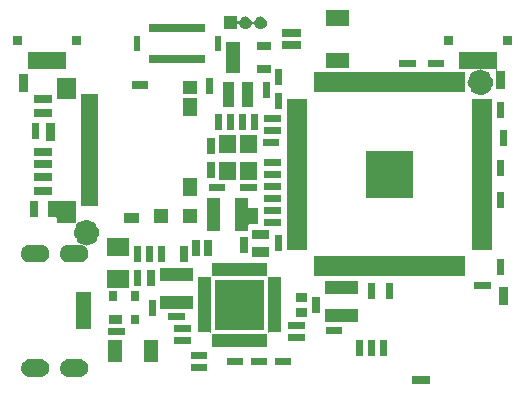
<source format=gbr>
G04 #@! TF.GenerationSoftware,KiCad,Pcbnew,5.1.5+dfsg1-2build2*
G04 #@! TF.CreationDate,2020-11-28T22:40:57+01:00*
G04 #@! TF.ProjectId,FunKey,46756e4b-6579-42e6-9b69-6361645f7063,E*
G04 #@! TF.SameCoordinates,Original*
G04 #@! TF.FileFunction,Soldermask,Top*
G04 #@! TF.FilePolarity,Negative*
%FSLAX46Y46*%
G04 Gerber Fmt 4.6, Leading zero omitted, Abs format (unit mm)*
G04 Created by KiCad (PCBNEW 5.1.5+dfsg1-2build2) date 2020-11-28 22:40:57*
%MOMM*%
%LPD*%
G04 APERTURE LIST*
%ADD10C,0.127000*%
%ADD11C,1.100000*%
G04 APERTURE END LIST*
D10*
G36*
X109950000Y-56166000D02*
G01*
X105950000Y-56166000D01*
X105950000Y-60166000D01*
X109950000Y-60166000D01*
X109950000Y-56166000D01*
G37*
G36*
X93150000Y-67115000D02*
G01*
X93150000Y-71315000D01*
X97350000Y-71315000D01*
X97350000Y-67115000D01*
X93150000Y-67115000D01*
G37*
G36*
X80800000Y-64173000D02*
G01*
X81700000Y-64173000D01*
X81881173Y-64196852D01*
X82050000Y-64266782D01*
X82194975Y-64378025D01*
X82306218Y-64523000D01*
X82400000Y-64873000D01*
X82376148Y-65054173D01*
X82306218Y-65223000D01*
X82194975Y-65367975D01*
X82050000Y-65479218D01*
X81881173Y-65549148D01*
X81700000Y-65573000D01*
X80800000Y-65573000D01*
X80618827Y-65549148D01*
X80450000Y-65479218D01*
X80305025Y-65367975D01*
X80193782Y-65223000D01*
X80123852Y-65054173D01*
X80100000Y-64873000D01*
X80123852Y-64691827D01*
X80193782Y-64523000D01*
X80305025Y-64378025D01*
X80450000Y-64266782D01*
X80800000Y-64173000D01*
G37*
G36*
X80800000Y-73873000D02*
G01*
X81700000Y-73873000D01*
X81881173Y-73896852D01*
X82050000Y-73966782D01*
X82194975Y-74078025D01*
X82306218Y-74223000D01*
X82400000Y-74573000D01*
X82376148Y-74754173D01*
X82306218Y-74923000D01*
X82194975Y-75067975D01*
X82050000Y-75179218D01*
X81881173Y-75249148D01*
X81700000Y-75273000D01*
X80800000Y-75273000D01*
X80618827Y-75249148D01*
X80450000Y-75179218D01*
X80305025Y-75067975D01*
X80193782Y-74923000D01*
X80123852Y-74754173D01*
X80100000Y-74573000D01*
X80123852Y-74391827D01*
X80193782Y-74223000D01*
X80305025Y-74078025D01*
X80450000Y-73966782D01*
X80800000Y-73873000D01*
G37*
G36*
X77500000Y-64173000D02*
G01*
X78400000Y-64173000D01*
X78399999Y-64173000D01*
X78581172Y-64196852D01*
X78749999Y-64266782D01*
X78894974Y-64378025D01*
X79006217Y-64523000D01*
X79100000Y-64873000D01*
X79100000Y-64872999D01*
X79076148Y-65054173D01*
X79006218Y-65223000D01*
X78894975Y-65367975D01*
X78750000Y-65479218D01*
X78581174Y-65549149D01*
X78400000Y-65573000D01*
X77500000Y-65573000D01*
X77318827Y-65549148D01*
X77150000Y-65479218D01*
X77005025Y-65367975D01*
X76893782Y-65223000D01*
X76823852Y-65054173D01*
X76800000Y-64873000D01*
X76823852Y-64691827D01*
X76893782Y-64523000D01*
X77005025Y-64378025D01*
X77150000Y-64266782D01*
X77500000Y-64173000D01*
G37*
G36*
X77500000Y-73873000D02*
G01*
X78400000Y-73873000D01*
X78399999Y-73873000D01*
X78581172Y-73896852D01*
X78749999Y-73966782D01*
X78894974Y-74078025D01*
X79006217Y-74223000D01*
X79100000Y-74573000D01*
X79100000Y-74572999D01*
X79076148Y-74754173D01*
X79006218Y-74923000D01*
X78894975Y-75067975D01*
X78750000Y-75179218D01*
X78581174Y-75249149D01*
X78400000Y-75273000D01*
X77500000Y-75273000D01*
X77318827Y-75249148D01*
X77150000Y-75179218D01*
X77005025Y-75067975D01*
X76893782Y-74923000D01*
X76823852Y-74754173D01*
X76800000Y-74573000D01*
X76823852Y-74391827D01*
X76893782Y-74223000D01*
X77005025Y-74078025D01*
X77150000Y-73966782D01*
X77500000Y-73873000D01*
G37*
D11*
X116196200Y-50393600D02*
G75*
G03X116196200Y-50393600I-550000J0D01*
G01*
X82846000Y-63119000D02*
G75*
G03X82846000Y-63119000I-550000J0D01*
G01*
D10*
G36*
X111367800Y-75915800D02*
G01*
X109866200Y-75915800D01*
X109866200Y-75214200D01*
X111367800Y-75214200D01*
X111367800Y-75915800D01*
G37*
G36*
X81792029Y-73827632D02*
G01*
X81847182Y-73833064D01*
X81988709Y-73875996D01*
X81988711Y-73875997D01*
X82119139Y-73945712D01*
X82119141Y-73945713D01*
X82119140Y-73945713D01*
X82233464Y-74039536D01*
X82327287Y-74153860D01*
X82397004Y-74284291D01*
X82439936Y-74425818D01*
X82439936Y-74425819D01*
X82454432Y-74573000D01*
X82439936Y-74720181D01*
X82397003Y-74861711D01*
X82327288Y-74992139D01*
X82233464Y-75106464D01*
X82119139Y-75200288D01*
X82093111Y-75214200D01*
X81988709Y-75270004D01*
X81847182Y-75312936D01*
X81736878Y-75323800D01*
X80763122Y-75323800D01*
X80652818Y-75312936D01*
X80511291Y-75270004D01*
X80406889Y-75214200D01*
X80380861Y-75200288D01*
X80266536Y-75106464D01*
X80172712Y-74992139D01*
X80102997Y-74861711D01*
X80060064Y-74720181D01*
X80045568Y-74573000D01*
X80060064Y-74425819D01*
X80060064Y-74425818D01*
X80102996Y-74284291D01*
X80172713Y-74153860D01*
X80266536Y-74039536D01*
X80380860Y-73945713D01*
X80380859Y-73945713D01*
X80380861Y-73945712D01*
X80511289Y-73875997D01*
X80511291Y-73875996D01*
X80652818Y-73833064D01*
X80707971Y-73827632D01*
X80763122Y-73822200D01*
X81736878Y-73822200D01*
X81792029Y-73827632D01*
G37*
G36*
X78492029Y-73827632D02*
G01*
X78547182Y-73833064D01*
X78688709Y-73875996D01*
X78688711Y-73875997D01*
X78819139Y-73945712D01*
X78819141Y-73945713D01*
X78819140Y-73945713D01*
X78933464Y-74039536D01*
X79027287Y-74153860D01*
X79097004Y-74284291D01*
X79139936Y-74425818D01*
X79139936Y-74425819D01*
X79154432Y-74573000D01*
X79139936Y-74720181D01*
X79097003Y-74861711D01*
X79027288Y-74992139D01*
X78933464Y-75106464D01*
X78819139Y-75200288D01*
X78793111Y-75214200D01*
X78688709Y-75270004D01*
X78547182Y-75312936D01*
X78436878Y-75323800D01*
X77463122Y-75323800D01*
X77352818Y-75312936D01*
X77211291Y-75270004D01*
X77106889Y-75214200D01*
X77080861Y-75200288D01*
X76966536Y-75106464D01*
X76872712Y-74992139D01*
X76802997Y-74861711D01*
X76760064Y-74720181D01*
X76745568Y-74573000D01*
X76760064Y-74425819D01*
X76760064Y-74425818D01*
X76802996Y-74284291D01*
X76872713Y-74153860D01*
X76966536Y-74039536D01*
X77080860Y-73945713D01*
X77080859Y-73945713D01*
X77080861Y-73945712D01*
X77211289Y-73875997D01*
X77211291Y-73875996D01*
X77352818Y-73833064D01*
X77407971Y-73827632D01*
X77463122Y-73822200D01*
X78436878Y-73822200D01*
X78492029Y-73827632D01*
G37*
G36*
X92506800Y-74853800D02*
G01*
X91135200Y-74853800D01*
X91135200Y-74244200D01*
X92506800Y-74244200D01*
X92506800Y-74853800D01*
G37*
G36*
X99618800Y-74345800D02*
G01*
X98247200Y-74345800D01*
X98247200Y-73736200D01*
X99618800Y-73736200D01*
X99618800Y-74345800D01*
G37*
G36*
X95554800Y-74345800D02*
G01*
X94183200Y-74345800D01*
X94183200Y-73736200D01*
X95554800Y-73736200D01*
X95554800Y-74345800D01*
G37*
G36*
X97586800Y-74345800D02*
G01*
X96215200Y-74345800D01*
X96215200Y-73736200D01*
X97586800Y-73736200D01*
X97586800Y-74345800D01*
G37*
G36*
X88379300Y-74091800D02*
G01*
X87134700Y-74091800D01*
X87134700Y-72212200D01*
X88379300Y-72212200D01*
X88379300Y-74091800D01*
G37*
G36*
X85331300Y-74091800D02*
G01*
X84086700Y-74091800D01*
X84086700Y-72212200D01*
X85331300Y-72212200D01*
X85331300Y-74091800D01*
G37*
G36*
X92506800Y-73837800D02*
G01*
X91135200Y-73837800D01*
X91135200Y-73228200D01*
X92506800Y-73228200D01*
X92506800Y-73837800D01*
G37*
G36*
X105714800Y-73583800D02*
G01*
X105105200Y-73583800D01*
X105105200Y-72212200D01*
X105714800Y-72212200D01*
X105714800Y-73583800D01*
G37*
G36*
X106730800Y-73583800D02*
G01*
X106121200Y-73583800D01*
X106121200Y-72212200D01*
X106730800Y-72212200D01*
X106730800Y-73583800D01*
G37*
G36*
X107746800Y-73583800D02*
G01*
X107137200Y-73583800D01*
X107137200Y-72212200D01*
X107746800Y-72212200D01*
X107746800Y-73583800D01*
G37*
G36*
X97603202Y-71666413D02*
G01*
X97600800Y-71690799D01*
X97600800Y-72765800D01*
X92899200Y-72765800D01*
X92899200Y-71690799D01*
X92896798Y-71666413D01*
X92894789Y-71659789D01*
X92901413Y-71661798D01*
X92925799Y-71664200D01*
X97574201Y-71664200D01*
X97598587Y-71661798D01*
X97605211Y-71659789D01*
X97603202Y-71666413D01*
G37*
G36*
X91109800Y-72567800D02*
G01*
X89738200Y-72567800D01*
X89738200Y-71958200D01*
X91109800Y-71958200D01*
X91109800Y-72567800D01*
G37*
G36*
X100761800Y-72313800D02*
G01*
X99390200Y-72313800D01*
X99390200Y-71704200D01*
X100761800Y-71704200D01*
X100761800Y-72313800D01*
G37*
G36*
X85521800Y-71805800D02*
G01*
X84150200Y-71805800D01*
X84150200Y-71196200D01*
X85521800Y-71196200D01*
X85521800Y-71805800D01*
G37*
G36*
X103936800Y-71678800D02*
G01*
X102565200Y-71678800D01*
X102565200Y-71069200D01*
X103936800Y-71069200D01*
X103936800Y-71678800D01*
G37*
G36*
X97701413Y-66861798D02*
G01*
X97725799Y-66864200D01*
X98800800Y-66864200D01*
X98800800Y-71565800D01*
X97725799Y-71565800D01*
X97701413Y-71568202D01*
X97694789Y-71570211D01*
X97696798Y-71563587D01*
X97699200Y-71539201D01*
X97699200Y-66890799D01*
X97696798Y-66866413D01*
X97694789Y-66859789D01*
X97701413Y-66861798D01*
G37*
G36*
X92803202Y-66866413D02*
G01*
X92800800Y-66890799D01*
X92800800Y-71539201D01*
X92803202Y-71563587D01*
X92805211Y-71570211D01*
X92798587Y-71568202D01*
X92774201Y-71565800D01*
X91699200Y-71565800D01*
X91699200Y-66864200D01*
X92774201Y-66864200D01*
X92798587Y-66861798D01*
X92805211Y-66859789D01*
X92803202Y-66866413D01*
G37*
G36*
X91109800Y-71551800D02*
G01*
X89738200Y-71551800D01*
X89738200Y-70942200D01*
X91109800Y-70942200D01*
X91109800Y-71551800D01*
G37*
G36*
X100761800Y-71297800D02*
G01*
X99390200Y-71297800D01*
X99390200Y-70688200D01*
X100761800Y-70688200D01*
X100761800Y-71297800D01*
G37*
G36*
X82660800Y-71273800D02*
G01*
X81409200Y-71273800D01*
X81409200Y-68172200D01*
X82660800Y-68172200D01*
X82660800Y-71273800D01*
G37*
G36*
X86771800Y-70869800D02*
G01*
X86070200Y-70869800D01*
X86070200Y-70068200D01*
X86771800Y-70068200D01*
X86771800Y-70869800D01*
G37*
G36*
X85271800Y-70869800D02*
G01*
X84170200Y-70869800D01*
X84170200Y-70068200D01*
X85271800Y-70068200D01*
X85271800Y-70869800D01*
G37*
G36*
X96553725Y-70073065D02*
G01*
X96618440Y-70099871D01*
X96676682Y-70138787D01*
X96726213Y-70188318D01*
X96765129Y-70246560D01*
X96791935Y-70311275D01*
X96805600Y-70379976D01*
X96805600Y-70450024D01*
X96791935Y-70518725D01*
X96765129Y-70583440D01*
X96726213Y-70641682D01*
X96676682Y-70691213D01*
X96618440Y-70730129D01*
X96553725Y-70756935D01*
X96485024Y-70770600D01*
X96414976Y-70770600D01*
X96346275Y-70756935D01*
X96281560Y-70730129D01*
X96223318Y-70691213D01*
X96173787Y-70641682D01*
X96134871Y-70583440D01*
X96108065Y-70518725D01*
X96094400Y-70450024D01*
X96094400Y-70379976D01*
X96108065Y-70311275D01*
X96134871Y-70246560D01*
X96173787Y-70188318D01*
X96223318Y-70138787D01*
X96281560Y-70099871D01*
X96346275Y-70073065D01*
X96414976Y-70059400D01*
X96485024Y-70059400D01*
X96553725Y-70073065D01*
G37*
G36*
X95353725Y-70073065D02*
G01*
X95418440Y-70099871D01*
X95476682Y-70138787D01*
X95526213Y-70188318D01*
X95565129Y-70246560D01*
X95591935Y-70311275D01*
X95605600Y-70379976D01*
X95605600Y-70450024D01*
X95591935Y-70518725D01*
X95565129Y-70583440D01*
X95526213Y-70641682D01*
X95476682Y-70691213D01*
X95418440Y-70730129D01*
X95353725Y-70756935D01*
X95285024Y-70770600D01*
X95214976Y-70770600D01*
X95146275Y-70756935D01*
X95081560Y-70730129D01*
X95023318Y-70691213D01*
X94973787Y-70641682D01*
X94934871Y-70583440D01*
X94908065Y-70518725D01*
X94894400Y-70450024D01*
X94894400Y-70379976D01*
X94908065Y-70311275D01*
X94934871Y-70246560D01*
X94973787Y-70188318D01*
X95023318Y-70138787D01*
X95081560Y-70099871D01*
X95146275Y-70073065D01*
X95214976Y-70059400D01*
X95285024Y-70059400D01*
X95353725Y-70073065D01*
G37*
G36*
X94153725Y-70073065D02*
G01*
X94218440Y-70099871D01*
X94276682Y-70138787D01*
X94326213Y-70188318D01*
X94365129Y-70246560D01*
X94391935Y-70311275D01*
X94405600Y-70379976D01*
X94405600Y-70450024D01*
X94391935Y-70518725D01*
X94365129Y-70583440D01*
X94326213Y-70641682D01*
X94276682Y-70691213D01*
X94218440Y-70730129D01*
X94153725Y-70756935D01*
X94085024Y-70770600D01*
X94014976Y-70770600D01*
X93946275Y-70756935D01*
X93881560Y-70730129D01*
X93823318Y-70691213D01*
X93773787Y-70641682D01*
X93734871Y-70583440D01*
X93708065Y-70518725D01*
X93694400Y-70450024D01*
X93694400Y-70379976D01*
X93708065Y-70311275D01*
X93734871Y-70246560D01*
X93773787Y-70188318D01*
X93823318Y-70138787D01*
X93881560Y-70099871D01*
X93946275Y-70073065D01*
X94014976Y-70059400D01*
X94085024Y-70059400D01*
X94153725Y-70073065D01*
G37*
G36*
X105286800Y-70711800D02*
G01*
X102485200Y-70711800D01*
X102485200Y-69610200D01*
X105286800Y-69610200D01*
X105286800Y-70711800D01*
G37*
G36*
X90601800Y-70535800D02*
G01*
X89230200Y-70535800D01*
X89230200Y-69926200D01*
X90601800Y-69926200D01*
X90601800Y-70535800D01*
G37*
G36*
X101003100Y-70218300D02*
G01*
X100012500Y-70218300D01*
X100012500Y-69481700D01*
X101003100Y-69481700D01*
X101003100Y-70218300D01*
G37*
G36*
X88188800Y-70154800D02*
G01*
X87579200Y-70154800D01*
X87579200Y-68783200D01*
X88188800Y-68783200D01*
X88188800Y-70154800D01*
G37*
G36*
X102031800Y-69900800D02*
G01*
X101422200Y-69900800D01*
X101422200Y-68529200D01*
X102031800Y-68529200D01*
X102031800Y-69900800D01*
G37*
G36*
X94153725Y-68873065D02*
G01*
X94218440Y-68899871D01*
X94276682Y-68938787D01*
X94326213Y-68988318D01*
X94365129Y-69046560D01*
X94391935Y-69111275D01*
X94405600Y-69179976D01*
X94405600Y-69250024D01*
X94391935Y-69318725D01*
X94365129Y-69383440D01*
X94326213Y-69441682D01*
X94276682Y-69491213D01*
X94218440Y-69530129D01*
X94153725Y-69556935D01*
X94085024Y-69570600D01*
X94014976Y-69570600D01*
X93946275Y-69556935D01*
X93881560Y-69530129D01*
X93823318Y-69491213D01*
X93773787Y-69441682D01*
X93734871Y-69383440D01*
X93708065Y-69318725D01*
X93694400Y-69250024D01*
X93694400Y-69179976D01*
X93708065Y-69111275D01*
X93734871Y-69046560D01*
X93773787Y-68988318D01*
X93823318Y-68938787D01*
X93881560Y-68899871D01*
X93946275Y-68873065D01*
X94014976Y-68859400D01*
X94085024Y-68859400D01*
X94153725Y-68873065D01*
G37*
G36*
X96553725Y-68873065D02*
G01*
X96618440Y-68899871D01*
X96676682Y-68938787D01*
X96726213Y-68988318D01*
X96765129Y-69046560D01*
X96791935Y-69111275D01*
X96805600Y-69179976D01*
X96805600Y-69250024D01*
X96791935Y-69318725D01*
X96765129Y-69383440D01*
X96726213Y-69441682D01*
X96676682Y-69491213D01*
X96618440Y-69530129D01*
X96553725Y-69556935D01*
X96485024Y-69570600D01*
X96414976Y-69570600D01*
X96346275Y-69556935D01*
X96281560Y-69530129D01*
X96223318Y-69491213D01*
X96173787Y-69441682D01*
X96134871Y-69383440D01*
X96108065Y-69318725D01*
X96094400Y-69250024D01*
X96094400Y-69179976D01*
X96108065Y-69111275D01*
X96134871Y-69046560D01*
X96173787Y-68988318D01*
X96223318Y-68938787D01*
X96281560Y-68899871D01*
X96346275Y-68873065D01*
X96414976Y-68859400D01*
X96485024Y-68859400D01*
X96553725Y-68873065D01*
G37*
G36*
X95353725Y-68873065D02*
G01*
X95418440Y-68899871D01*
X95476682Y-68938787D01*
X95526213Y-68988318D01*
X95565129Y-69046560D01*
X95591935Y-69111275D01*
X95605600Y-69179976D01*
X95605600Y-69250024D01*
X95591935Y-69318725D01*
X95565129Y-69383440D01*
X95526213Y-69441682D01*
X95476682Y-69491213D01*
X95418440Y-69530129D01*
X95353725Y-69556935D01*
X95285024Y-69570600D01*
X95214976Y-69570600D01*
X95146275Y-69556935D01*
X95081560Y-69530129D01*
X95023318Y-69491213D01*
X94973787Y-69441682D01*
X94934871Y-69383440D01*
X94908065Y-69318725D01*
X94894400Y-69250024D01*
X94894400Y-69179976D01*
X94908065Y-69111275D01*
X94934871Y-69046560D01*
X94973787Y-68988318D01*
X95023318Y-68938787D01*
X95081560Y-68899871D01*
X95146275Y-68873065D01*
X95214976Y-68859400D01*
X95285024Y-68859400D01*
X95353725Y-68873065D01*
G37*
G36*
X91316800Y-69568800D02*
G01*
X88515200Y-69568800D01*
X88515200Y-68467200D01*
X91316800Y-68467200D01*
X91316800Y-69568800D01*
G37*
G36*
X117952800Y-69203800D02*
G01*
X117251200Y-69203800D01*
X117251200Y-67702200D01*
X117952800Y-67702200D01*
X117952800Y-69203800D01*
G37*
G36*
X101003100Y-68948300D02*
G01*
X100012500Y-68948300D01*
X100012500Y-68211700D01*
X101003100Y-68211700D01*
X101003100Y-68948300D01*
G37*
G36*
X86771800Y-68869800D02*
G01*
X86070200Y-68869800D01*
X86070200Y-68068200D01*
X86771800Y-68068200D01*
X86771800Y-68869800D01*
G37*
G36*
X84871800Y-68869800D02*
G01*
X84170200Y-68869800D01*
X84170200Y-68068200D01*
X84871800Y-68068200D01*
X84871800Y-68869800D01*
G37*
G36*
X108254800Y-68757800D02*
G01*
X107645200Y-68757800D01*
X107645200Y-67386200D01*
X108254800Y-67386200D01*
X108254800Y-68757800D01*
G37*
G36*
X106730800Y-68757800D02*
G01*
X106121200Y-68757800D01*
X106121200Y-67386200D01*
X106730800Y-67386200D01*
X106730800Y-68757800D01*
G37*
G36*
X95353725Y-67673065D02*
G01*
X95418440Y-67699871D01*
X95476682Y-67738787D01*
X95526213Y-67788318D01*
X95565129Y-67846560D01*
X95591935Y-67911275D01*
X95605600Y-67979976D01*
X95605600Y-68050024D01*
X95591935Y-68118725D01*
X95565129Y-68183440D01*
X95526213Y-68241682D01*
X95476682Y-68291213D01*
X95418440Y-68330129D01*
X95353725Y-68356935D01*
X95285024Y-68370600D01*
X95214976Y-68370600D01*
X95146275Y-68356935D01*
X95081560Y-68330129D01*
X95023318Y-68291213D01*
X94973787Y-68241682D01*
X94934871Y-68183440D01*
X94908065Y-68118725D01*
X94894400Y-68050024D01*
X94894400Y-67979976D01*
X94908065Y-67911275D01*
X94934871Y-67846560D01*
X94973787Y-67788318D01*
X95023318Y-67738787D01*
X95081560Y-67699871D01*
X95146275Y-67673065D01*
X95214976Y-67659400D01*
X95285024Y-67659400D01*
X95353725Y-67673065D01*
G37*
G36*
X96553725Y-67673065D02*
G01*
X96618440Y-67699871D01*
X96676682Y-67738787D01*
X96726213Y-67788318D01*
X96765129Y-67846560D01*
X96791935Y-67911275D01*
X96805600Y-67979976D01*
X96805600Y-68050024D01*
X96791935Y-68118725D01*
X96765129Y-68183440D01*
X96726213Y-68241682D01*
X96676682Y-68291213D01*
X96618440Y-68330129D01*
X96553725Y-68356935D01*
X96485024Y-68370600D01*
X96414976Y-68370600D01*
X96346275Y-68356935D01*
X96281560Y-68330129D01*
X96223318Y-68291213D01*
X96173787Y-68241682D01*
X96134871Y-68183440D01*
X96108065Y-68118725D01*
X96094400Y-68050024D01*
X96094400Y-67979976D01*
X96108065Y-67911275D01*
X96134871Y-67846560D01*
X96173787Y-67788318D01*
X96223318Y-67738787D01*
X96281560Y-67699871D01*
X96346275Y-67673065D01*
X96414976Y-67659400D01*
X96485024Y-67659400D01*
X96553725Y-67673065D01*
G37*
G36*
X94153725Y-67673065D02*
G01*
X94218440Y-67699871D01*
X94276682Y-67738787D01*
X94326213Y-67788318D01*
X94365129Y-67846560D01*
X94391935Y-67911275D01*
X94405600Y-67979976D01*
X94405600Y-68050024D01*
X94391935Y-68118725D01*
X94365129Y-68183440D01*
X94326213Y-68241682D01*
X94276682Y-68291213D01*
X94218440Y-68330129D01*
X94153725Y-68356935D01*
X94085024Y-68370600D01*
X94014976Y-68370600D01*
X93946275Y-68356935D01*
X93881560Y-68330129D01*
X93823318Y-68291213D01*
X93773787Y-68241682D01*
X93734871Y-68183440D01*
X93708065Y-68118725D01*
X93694400Y-68050024D01*
X93694400Y-67979976D01*
X93708065Y-67911275D01*
X93734871Y-67846560D01*
X93773787Y-67788318D01*
X93823318Y-67738787D01*
X93881560Y-67699871D01*
X93946275Y-67673065D01*
X94014976Y-67659400D01*
X94085024Y-67659400D01*
X94153725Y-67673065D01*
G37*
G36*
X105286800Y-68311800D02*
G01*
X102485200Y-68311800D01*
X102485200Y-67210200D01*
X105286800Y-67210200D01*
X105286800Y-68311800D01*
G37*
G36*
X116509800Y-67868800D02*
G01*
X115138200Y-67868800D01*
X115138200Y-67259200D01*
X116509800Y-67259200D01*
X116509800Y-67868800D01*
G37*
G36*
X85913800Y-67759800D02*
G01*
X84012200Y-67759800D01*
X84012200Y-66258200D01*
X85913800Y-66258200D01*
X85913800Y-67759800D01*
G37*
G36*
X88061800Y-67614800D02*
G01*
X87452200Y-67614800D01*
X87452200Y-66243200D01*
X88061800Y-66243200D01*
X88061800Y-67614800D01*
G37*
G36*
X86918800Y-67614800D02*
G01*
X86309200Y-67614800D01*
X86309200Y-66243200D01*
X86918800Y-66243200D01*
X86918800Y-67614800D01*
G37*
G36*
X91316800Y-67168800D02*
G01*
X88515200Y-67168800D01*
X88515200Y-66067200D01*
X91316800Y-66067200D01*
X91316800Y-67168800D01*
G37*
G36*
X114324550Y-66816800D02*
G01*
X101575450Y-66816800D01*
X101575450Y-65115200D01*
X114324550Y-65115200D01*
X114324550Y-66816800D01*
G37*
G36*
X97600800Y-66739201D02*
G01*
X97603202Y-66763587D01*
X97605211Y-66770211D01*
X97598587Y-66768202D01*
X97574201Y-66765800D01*
X92925799Y-66765800D01*
X92901413Y-66768202D01*
X92894789Y-66770211D01*
X92896798Y-66763587D01*
X92899200Y-66739201D01*
X92899200Y-65664200D01*
X97600800Y-65664200D01*
X97600800Y-66739201D01*
G37*
G36*
X117652800Y-66725800D02*
G01*
X117043200Y-66725800D01*
X117043200Y-65354200D01*
X117652800Y-65354200D01*
X117652800Y-66725800D01*
G37*
G36*
X78547182Y-64133064D02*
G01*
X78688709Y-64175996D01*
X78688711Y-64175997D01*
X78819139Y-64245712D01*
X78933464Y-64339536D01*
X79027288Y-64453861D01*
X79073624Y-64540550D01*
X79097004Y-64584291D01*
X79139936Y-64725818D01*
X79154432Y-64873000D01*
X79139936Y-65020182D01*
X79123368Y-65074800D01*
X79097003Y-65161711D01*
X79027288Y-65292139D01*
X78933464Y-65406464D01*
X78819139Y-65500288D01*
X78688711Y-65570003D01*
X78688709Y-65570004D01*
X78547182Y-65612936D01*
X78492029Y-65618368D01*
X78436878Y-65623800D01*
X77463122Y-65623800D01*
X77407971Y-65618368D01*
X77352818Y-65612936D01*
X77211291Y-65570004D01*
X77211289Y-65570003D01*
X77080861Y-65500288D01*
X76966536Y-65406464D01*
X76872712Y-65292139D01*
X76802997Y-65161711D01*
X76776633Y-65074800D01*
X76760064Y-65020182D01*
X76745568Y-64873000D01*
X76760064Y-64725818D01*
X76802996Y-64584291D01*
X76826376Y-64540550D01*
X76872712Y-64453861D01*
X76966536Y-64339536D01*
X77080861Y-64245712D01*
X77211289Y-64175997D01*
X77211291Y-64175996D01*
X77352818Y-64133064D01*
X77463122Y-64122200D01*
X78436878Y-64122200D01*
X78547182Y-64133064D01*
G37*
G36*
X81847182Y-64133064D02*
G01*
X81988709Y-64175996D01*
X81988711Y-64175997D01*
X82119139Y-64245712D01*
X82233464Y-64339536D01*
X82327288Y-64453861D01*
X82373624Y-64540550D01*
X82397004Y-64584291D01*
X82439936Y-64725818D01*
X82454432Y-64873000D01*
X82439936Y-65020182D01*
X82423368Y-65074800D01*
X82397003Y-65161711D01*
X82327288Y-65292139D01*
X82233464Y-65406464D01*
X82119139Y-65500288D01*
X81988711Y-65570003D01*
X81988709Y-65570004D01*
X81847182Y-65612936D01*
X81792029Y-65618368D01*
X81736878Y-65623800D01*
X80763122Y-65623800D01*
X80707971Y-65618368D01*
X80652818Y-65612936D01*
X80511291Y-65570004D01*
X80511289Y-65570003D01*
X80380861Y-65500288D01*
X80266536Y-65406464D01*
X80172712Y-65292139D01*
X80102997Y-65161711D01*
X80076633Y-65074800D01*
X80060064Y-65020182D01*
X80045568Y-64873000D01*
X80060064Y-64725818D01*
X80102996Y-64584291D01*
X80126376Y-64540550D01*
X80172712Y-64453861D01*
X80266536Y-64339536D01*
X80380861Y-64245712D01*
X80511289Y-64175997D01*
X80511291Y-64175996D01*
X80652818Y-64133064D01*
X80763122Y-64122200D01*
X81736878Y-64122200D01*
X81847182Y-64133064D01*
G37*
G36*
X88950800Y-65582800D02*
G01*
X88341200Y-65582800D01*
X88341200Y-64211200D01*
X88950800Y-64211200D01*
X88950800Y-65582800D01*
G37*
G36*
X87934800Y-65582800D02*
G01*
X87325200Y-65582800D01*
X87325200Y-64211200D01*
X87934800Y-64211200D01*
X87934800Y-65582800D01*
G37*
G36*
X90855800Y-65582800D02*
G01*
X90246200Y-65582800D01*
X90246200Y-64211200D01*
X90855800Y-64211200D01*
X90855800Y-65582800D01*
G37*
G36*
X86918800Y-65582800D02*
G01*
X86309200Y-65582800D01*
X86309200Y-64211200D01*
X86918800Y-64211200D01*
X86918800Y-65582800D01*
G37*
G36*
X97778800Y-65158800D02*
G01*
X96277200Y-65158800D01*
X96277200Y-64357200D01*
X97778800Y-64357200D01*
X97778800Y-65158800D01*
G37*
G36*
X91871800Y-65074800D02*
G01*
X91262200Y-65074800D01*
X91262200Y-63703200D01*
X91871800Y-63703200D01*
X91871800Y-65074800D01*
G37*
G36*
X92887800Y-65074800D02*
G01*
X92278200Y-65074800D01*
X92278200Y-63703200D01*
X92887800Y-63703200D01*
X92887800Y-65074800D01*
G37*
G36*
X85913800Y-65059800D02*
G01*
X84012200Y-65059800D01*
X84012200Y-63558200D01*
X85913800Y-63558200D01*
X85913800Y-65059800D01*
G37*
G36*
X95935800Y-64820800D02*
G01*
X95326200Y-64820800D01*
X95326200Y-63449200D01*
X95935800Y-63449200D01*
X95935800Y-64820800D01*
G37*
G36*
X98856800Y-64693800D02*
G01*
X98247200Y-64693800D01*
X98247200Y-63322200D01*
X98856800Y-63322200D01*
X98856800Y-64693800D01*
G37*
G36*
X116600800Y-64540550D02*
G01*
X114899200Y-64540550D01*
X114899200Y-51791450D01*
X116600800Y-51791450D01*
X116600800Y-64540550D01*
G37*
G36*
X101000800Y-64540550D02*
G01*
X99299200Y-64540550D01*
X99299200Y-51791450D01*
X101000800Y-51791450D01*
X101000800Y-64540550D01*
G37*
G36*
X82405016Y-62570937D02*
G01*
X82458996Y-62581674D01*
X82482597Y-62591450D01*
X82560692Y-62623798D01*
X82652212Y-62684949D01*
X82730051Y-62762788D01*
X82791202Y-62854308D01*
X82791202Y-62854309D01*
X82833326Y-62956004D01*
X82841242Y-62995800D01*
X82854800Y-63063962D01*
X82854800Y-63174038D01*
X82833326Y-63281995D01*
X82791202Y-63383692D01*
X82730051Y-63475212D01*
X82652212Y-63553051D01*
X82560692Y-63614202D01*
X82458996Y-63656326D01*
X82405016Y-63667063D01*
X82351038Y-63677800D01*
X82240962Y-63677800D01*
X82186984Y-63667063D01*
X82133004Y-63656326D01*
X82031308Y-63614202D01*
X81939788Y-63553051D01*
X81861949Y-63475212D01*
X81800798Y-63383692D01*
X81758674Y-63281995D01*
X81737200Y-63174038D01*
X81737200Y-63063962D01*
X81750758Y-62995800D01*
X81758674Y-62956004D01*
X81800798Y-62854309D01*
X81800798Y-62854308D01*
X81861949Y-62762788D01*
X81939788Y-62684949D01*
X82031308Y-62623798D01*
X82109403Y-62591450D01*
X82133004Y-62581674D01*
X82186984Y-62570937D01*
X82240962Y-62560200D01*
X82351038Y-62560200D01*
X82405016Y-62570937D01*
G37*
G36*
X97778800Y-63658800D02*
G01*
X96277200Y-63658800D01*
X96277200Y-62857200D01*
X97778800Y-62857200D01*
X97778800Y-63658800D01*
G37*
G36*
X95984800Y-60911201D02*
G01*
X95987202Y-60935587D01*
X95994315Y-60959036D01*
X96005866Y-60980647D01*
X96021411Y-60999589D01*
X96040353Y-61015134D01*
X96061964Y-61026685D01*
X96085413Y-61033798D01*
X96109799Y-61036200D01*
X96824800Y-61036200D01*
X96824800Y-62407800D01*
X96109799Y-62407800D01*
X96085413Y-62410202D01*
X96061964Y-62417315D01*
X96040353Y-62428866D01*
X96021411Y-62444411D01*
X96005866Y-62463353D01*
X95994315Y-62484964D01*
X95987202Y-62508413D01*
X95984800Y-62532799D01*
X95984800Y-62995800D01*
X94883200Y-62995800D01*
X94883200Y-60194200D01*
X95984800Y-60194200D01*
X95984800Y-60911201D01*
G37*
G36*
X93584800Y-62995800D02*
G01*
X92483200Y-62995800D01*
X92483200Y-60194200D01*
X93584800Y-60194200D01*
X93584800Y-62995800D01*
G37*
G36*
X98729800Y-62534800D02*
G01*
X97358200Y-62534800D01*
X97358200Y-61925200D01*
X98729800Y-61925200D01*
X98729800Y-62534800D01*
G37*
G36*
X89229400Y-62286800D02*
G01*
X87977800Y-62286800D01*
X87977800Y-61130200D01*
X89229400Y-61130200D01*
X89229400Y-62286800D01*
G37*
G36*
X79780413Y-60407798D02*
G01*
X79804799Y-60410200D01*
X81379400Y-60410200D01*
X81379400Y-62286800D01*
X79777800Y-62286800D01*
X79777800Y-61897799D01*
X79775398Y-61873413D01*
X79768285Y-61849964D01*
X79756734Y-61828353D01*
X79741189Y-61809411D01*
X79722247Y-61793866D01*
X79700636Y-61782315D01*
X79677187Y-61775202D01*
X79652801Y-61772800D01*
X79070200Y-61772800D01*
X79070200Y-60401200D01*
X79758662Y-60401200D01*
X79780413Y-60407798D01*
G37*
G36*
X86779400Y-62286800D02*
G01*
X85477800Y-62286800D01*
X85477800Y-61460200D01*
X86779400Y-61460200D01*
X86779400Y-62286800D01*
G37*
G36*
X91629400Y-62286800D02*
G01*
X90477800Y-62286800D01*
X90477800Y-61110200D01*
X91629400Y-61110200D01*
X91629400Y-62286800D01*
G37*
G36*
X78155800Y-61772800D02*
G01*
X77546200Y-61772800D01*
X77546200Y-60401200D01*
X78155800Y-60401200D01*
X78155800Y-61772800D01*
G37*
G36*
X98729800Y-61518800D02*
G01*
X97358200Y-61518800D01*
X97358200Y-60909200D01*
X98729800Y-60909200D01*
X98729800Y-61518800D01*
G37*
G36*
X117652800Y-61010800D02*
G01*
X117043200Y-61010800D01*
X117043200Y-59639200D01*
X117652800Y-59639200D01*
X117652800Y-61010800D01*
G37*
G36*
X83279400Y-60836800D02*
G01*
X81827800Y-60836800D01*
X81827800Y-51335200D01*
X83279400Y-51335200D01*
X83279400Y-60836800D01*
G37*
G36*
X98729800Y-60502800D02*
G01*
X97358200Y-60502800D01*
X97358200Y-59893200D01*
X98729800Y-59893200D01*
X98729800Y-60502800D01*
G37*
G36*
X91629400Y-60011800D02*
G01*
X90477800Y-60011800D01*
X90477800Y-58510200D01*
X91629400Y-58510200D01*
X91629400Y-60011800D01*
G37*
G36*
X79363800Y-59913800D02*
G01*
X77862200Y-59913800D01*
X77862200Y-59212200D01*
X79363800Y-59212200D01*
X79363800Y-59913800D01*
G37*
G36*
X96697800Y-59613800D02*
G01*
X95326200Y-59613800D01*
X95326200Y-59004200D01*
X96697800Y-59004200D01*
X96697800Y-59613800D01*
G37*
G36*
X94030800Y-59613800D02*
G01*
X92659200Y-59613800D01*
X92659200Y-59004200D01*
X94030800Y-59004200D01*
X94030800Y-59613800D01*
G37*
G36*
X108053725Y-58824065D02*
G01*
X108118440Y-58850871D01*
X108176682Y-58889787D01*
X108226213Y-58939318D01*
X108265129Y-58997560D01*
X108291935Y-59062275D01*
X108305600Y-59130976D01*
X108305600Y-59201024D01*
X108291935Y-59269725D01*
X108265129Y-59334440D01*
X108226213Y-59392682D01*
X108176682Y-59442213D01*
X108118440Y-59481129D01*
X108053725Y-59507935D01*
X107985024Y-59521600D01*
X107914976Y-59521600D01*
X107846275Y-59507935D01*
X107781560Y-59481129D01*
X107723318Y-59442213D01*
X107673787Y-59392682D01*
X107634871Y-59334440D01*
X107608065Y-59269725D01*
X107594400Y-59201024D01*
X107594400Y-59130976D01*
X107608065Y-59062275D01*
X107634871Y-58997560D01*
X107673787Y-58939318D01*
X107723318Y-58889787D01*
X107781560Y-58850871D01*
X107846275Y-58824065D01*
X107914976Y-58810400D01*
X107985024Y-58810400D01*
X108053725Y-58824065D01*
G37*
G36*
X109053725Y-58824065D02*
G01*
X109118440Y-58850871D01*
X109176682Y-58889787D01*
X109226213Y-58939318D01*
X109265129Y-58997560D01*
X109291935Y-59062275D01*
X109305600Y-59130976D01*
X109305600Y-59201024D01*
X109291935Y-59269725D01*
X109265129Y-59334440D01*
X109226213Y-59392682D01*
X109176682Y-59442213D01*
X109118440Y-59481129D01*
X109053725Y-59507935D01*
X108985024Y-59521600D01*
X108914976Y-59521600D01*
X108846275Y-59507935D01*
X108781560Y-59481129D01*
X108723318Y-59442213D01*
X108673787Y-59392682D01*
X108634871Y-59334440D01*
X108608065Y-59269725D01*
X108594400Y-59201024D01*
X108594400Y-59130976D01*
X108608065Y-59062275D01*
X108634871Y-58997560D01*
X108673787Y-58939318D01*
X108723318Y-58889787D01*
X108781560Y-58850871D01*
X108846275Y-58824065D01*
X108914976Y-58810400D01*
X108985024Y-58810400D01*
X109053725Y-58824065D01*
G37*
G36*
X107053725Y-58824065D02*
G01*
X107118440Y-58850871D01*
X107176682Y-58889787D01*
X107226213Y-58939318D01*
X107265129Y-58997560D01*
X107291935Y-59062275D01*
X107305600Y-59130976D01*
X107305600Y-59201024D01*
X107291935Y-59269725D01*
X107265129Y-59334440D01*
X107226213Y-59392682D01*
X107176682Y-59442213D01*
X107118440Y-59481129D01*
X107053725Y-59507935D01*
X106985024Y-59521600D01*
X106914976Y-59521600D01*
X106846275Y-59507935D01*
X106781560Y-59481129D01*
X106723318Y-59442213D01*
X106673787Y-59392682D01*
X106634871Y-59334440D01*
X106608065Y-59269725D01*
X106594400Y-59201024D01*
X106594400Y-59130976D01*
X106608065Y-59062275D01*
X106634871Y-58997560D01*
X106673787Y-58939318D01*
X106723318Y-58889787D01*
X106781560Y-58850871D01*
X106846275Y-58824065D01*
X106914976Y-58810400D01*
X106985024Y-58810400D01*
X107053725Y-58824065D01*
G37*
G36*
X98729800Y-59486800D02*
G01*
X97358200Y-59486800D01*
X97358200Y-58877200D01*
X98729800Y-58877200D01*
X98729800Y-59486800D01*
G37*
G36*
X79363800Y-58770800D02*
G01*
X77862200Y-58770800D01*
X77862200Y-58069200D01*
X79363800Y-58069200D01*
X79363800Y-58770800D01*
G37*
G36*
X94919800Y-58661300D02*
G01*
X93548200Y-58661300D01*
X93548200Y-57162700D01*
X94919800Y-57162700D01*
X94919800Y-58661300D01*
G37*
G36*
X96697800Y-58661300D02*
G01*
X95326200Y-58661300D01*
X95326200Y-57162700D01*
X96697800Y-57162700D01*
X96697800Y-58661300D01*
G37*
G36*
X107053725Y-57824065D02*
G01*
X107118440Y-57850871D01*
X107176682Y-57889787D01*
X107226213Y-57939318D01*
X107265129Y-57997560D01*
X107291935Y-58062275D01*
X107305600Y-58130976D01*
X107305600Y-58201024D01*
X107291935Y-58269725D01*
X107265129Y-58334440D01*
X107226213Y-58392682D01*
X107176682Y-58442213D01*
X107118440Y-58481129D01*
X107053725Y-58507935D01*
X106985024Y-58521600D01*
X106914976Y-58521600D01*
X106846275Y-58507935D01*
X106781560Y-58481129D01*
X106723318Y-58442213D01*
X106673787Y-58392682D01*
X106634871Y-58334440D01*
X106608065Y-58269725D01*
X106594400Y-58201024D01*
X106594400Y-58130976D01*
X106608065Y-58062275D01*
X106634871Y-57997560D01*
X106673787Y-57939318D01*
X106723318Y-57889787D01*
X106781560Y-57850871D01*
X106846275Y-57824065D01*
X106914976Y-57810400D01*
X106985024Y-57810400D01*
X107053725Y-57824065D01*
G37*
G36*
X109053725Y-57824065D02*
G01*
X109118440Y-57850871D01*
X109176682Y-57889787D01*
X109226213Y-57939318D01*
X109265129Y-57997560D01*
X109291935Y-58062275D01*
X109305600Y-58130976D01*
X109305600Y-58201024D01*
X109291935Y-58269725D01*
X109265129Y-58334440D01*
X109226213Y-58392682D01*
X109176682Y-58442213D01*
X109118440Y-58481129D01*
X109053725Y-58507935D01*
X108985024Y-58521600D01*
X108914976Y-58521600D01*
X108846275Y-58507935D01*
X108781560Y-58481129D01*
X108723318Y-58442213D01*
X108673787Y-58392682D01*
X108634871Y-58334440D01*
X108608065Y-58269725D01*
X108594400Y-58201024D01*
X108594400Y-58130976D01*
X108608065Y-58062275D01*
X108634871Y-57997560D01*
X108673787Y-57939318D01*
X108723318Y-57889787D01*
X108781560Y-57850871D01*
X108846275Y-57824065D01*
X108914976Y-57810400D01*
X108985024Y-57810400D01*
X109053725Y-57824065D01*
G37*
G36*
X108053725Y-57824065D02*
G01*
X108118440Y-57850871D01*
X108176682Y-57889787D01*
X108226213Y-57939318D01*
X108265129Y-57997560D01*
X108291935Y-58062275D01*
X108305600Y-58130976D01*
X108305600Y-58201024D01*
X108291935Y-58269725D01*
X108265129Y-58334440D01*
X108226213Y-58392682D01*
X108176682Y-58442213D01*
X108118440Y-58481129D01*
X108053725Y-58507935D01*
X107985024Y-58521600D01*
X107914976Y-58521600D01*
X107846275Y-58507935D01*
X107781560Y-58481129D01*
X107723318Y-58442213D01*
X107673787Y-58392682D01*
X107634871Y-58334440D01*
X107608065Y-58269725D01*
X107594400Y-58201024D01*
X107594400Y-58130976D01*
X107608065Y-58062275D01*
X107634871Y-57997560D01*
X107673787Y-57939318D01*
X107723318Y-57889787D01*
X107781560Y-57850871D01*
X107846275Y-57824065D01*
X107914976Y-57810400D01*
X107985024Y-57810400D01*
X108053725Y-57824065D01*
G37*
G36*
X98729800Y-58470800D02*
G01*
X97358200Y-58470800D01*
X97358200Y-57861200D01*
X98729800Y-57861200D01*
X98729800Y-58470800D01*
G37*
G36*
X93141800Y-58470800D02*
G01*
X92532200Y-58470800D01*
X92532200Y-57099200D01*
X93141800Y-57099200D01*
X93141800Y-58470800D01*
G37*
G36*
X117652800Y-58343800D02*
G01*
X117043200Y-58343800D01*
X117043200Y-56972200D01*
X117652800Y-56972200D01*
X117652800Y-58343800D01*
G37*
G36*
X79363800Y-57627800D02*
G01*
X77862200Y-57627800D01*
X77862200Y-56926200D01*
X79363800Y-56926200D01*
X79363800Y-57627800D01*
G37*
G36*
X108053725Y-56824065D02*
G01*
X108118440Y-56850871D01*
X108176682Y-56889787D01*
X108226213Y-56939318D01*
X108265129Y-56997560D01*
X108291935Y-57062275D01*
X108305600Y-57130976D01*
X108305600Y-57201024D01*
X108291935Y-57269725D01*
X108265129Y-57334440D01*
X108226213Y-57392682D01*
X108176682Y-57442213D01*
X108118440Y-57481129D01*
X108053725Y-57507935D01*
X107985024Y-57521600D01*
X107914976Y-57521600D01*
X107846275Y-57507935D01*
X107781560Y-57481129D01*
X107723318Y-57442213D01*
X107673787Y-57392682D01*
X107634871Y-57334440D01*
X107608065Y-57269725D01*
X107594400Y-57201024D01*
X107594400Y-57130976D01*
X107608065Y-57062275D01*
X107634871Y-56997560D01*
X107673787Y-56939318D01*
X107723318Y-56889787D01*
X107781560Y-56850871D01*
X107846275Y-56824065D01*
X107914976Y-56810400D01*
X107985024Y-56810400D01*
X108053725Y-56824065D01*
G37*
G36*
X107053725Y-56824065D02*
G01*
X107118440Y-56850871D01*
X107176682Y-56889787D01*
X107226213Y-56939318D01*
X107265129Y-56997560D01*
X107291935Y-57062275D01*
X107305600Y-57130976D01*
X107305600Y-57201024D01*
X107291935Y-57269725D01*
X107265129Y-57334440D01*
X107226213Y-57392682D01*
X107176682Y-57442213D01*
X107118440Y-57481129D01*
X107053725Y-57507935D01*
X106985024Y-57521600D01*
X106914976Y-57521600D01*
X106846275Y-57507935D01*
X106781560Y-57481129D01*
X106723318Y-57442213D01*
X106673787Y-57392682D01*
X106634871Y-57334440D01*
X106608065Y-57269725D01*
X106594400Y-57201024D01*
X106594400Y-57130976D01*
X106608065Y-57062275D01*
X106634871Y-56997560D01*
X106673787Y-56939318D01*
X106723318Y-56889787D01*
X106781560Y-56850871D01*
X106846275Y-56824065D01*
X106914976Y-56810400D01*
X106985024Y-56810400D01*
X107053725Y-56824065D01*
G37*
G36*
X109053725Y-56824065D02*
G01*
X109118440Y-56850871D01*
X109176682Y-56889787D01*
X109226213Y-56939318D01*
X109265129Y-56997560D01*
X109291935Y-57062275D01*
X109305600Y-57130976D01*
X109305600Y-57201024D01*
X109291935Y-57269725D01*
X109265129Y-57334440D01*
X109226213Y-57392682D01*
X109176682Y-57442213D01*
X109118440Y-57481129D01*
X109053725Y-57507935D01*
X108985024Y-57521600D01*
X108914976Y-57521600D01*
X108846275Y-57507935D01*
X108781560Y-57481129D01*
X108723318Y-57442213D01*
X108673787Y-57392682D01*
X108634871Y-57334440D01*
X108608065Y-57269725D01*
X108594400Y-57201024D01*
X108594400Y-57130976D01*
X108608065Y-57062275D01*
X108634871Y-56997560D01*
X108673787Y-56939318D01*
X108723318Y-56889787D01*
X108781560Y-56850871D01*
X108846275Y-56824065D01*
X108914976Y-56810400D01*
X108985024Y-56810400D01*
X109053725Y-56824065D01*
G37*
G36*
X98729800Y-57454800D02*
G01*
X97358200Y-57454800D01*
X97358200Y-56845200D01*
X98729800Y-56845200D01*
X98729800Y-57454800D01*
G37*
G36*
X79363800Y-56611800D02*
G01*
X77862200Y-56611800D01*
X77862200Y-55910200D01*
X79363800Y-55910200D01*
X79363800Y-56611800D01*
G37*
G36*
X93141800Y-56438800D02*
G01*
X92532200Y-56438800D01*
X92532200Y-55067200D01*
X93141800Y-55067200D01*
X93141800Y-56438800D01*
G37*
G36*
X96697800Y-56375300D02*
G01*
X95326200Y-56375300D01*
X95326200Y-54876700D01*
X96697800Y-54876700D01*
X96697800Y-56375300D01*
G37*
G36*
X94919800Y-56375300D02*
G01*
X93548200Y-56375300D01*
X93548200Y-54876700D01*
X94919800Y-54876700D01*
X94919800Y-56375300D01*
G37*
G36*
X98602800Y-55803800D02*
G01*
X97231200Y-55803800D01*
X97231200Y-55194200D01*
X98602800Y-55194200D01*
X98602800Y-55803800D01*
G37*
G36*
X117906800Y-55803800D02*
G01*
X117297200Y-55803800D01*
X117297200Y-54432200D01*
X117906800Y-54432200D01*
X117906800Y-55803800D01*
G37*
G36*
X79598800Y-55360800D02*
G01*
X78897200Y-55360800D01*
X78897200Y-53859200D01*
X79598800Y-53859200D01*
X79598800Y-55360800D01*
G37*
G36*
X78282800Y-55168800D02*
G01*
X77673200Y-55168800D01*
X77673200Y-53797200D01*
X78282800Y-53797200D01*
X78282800Y-55168800D01*
G37*
G36*
X98729800Y-54787800D02*
G01*
X97358200Y-54787800D01*
X97358200Y-54178200D01*
X98729800Y-54178200D01*
X98729800Y-54787800D01*
G37*
G36*
X93776800Y-54406800D02*
G01*
X93167200Y-54406800D01*
X93167200Y-53035200D01*
X93776800Y-53035200D01*
X93776800Y-54406800D01*
G37*
G36*
X94792800Y-54406800D02*
G01*
X94183200Y-54406800D01*
X94183200Y-53035200D01*
X94792800Y-53035200D01*
X94792800Y-54406800D01*
G37*
G36*
X95808800Y-54406800D02*
G01*
X95199200Y-54406800D01*
X95199200Y-53035200D01*
X95808800Y-53035200D01*
X95808800Y-54406800D01*
G37*
G36*
X96824800Y-54406800D02*
G01*
X96215200Y-54406800D01*
X96215200Y-53035200D01*
X96824800Y-53035200D01*
X96824800Y-54406800D01*
G37*
G36*
X98729800Y-53771800D02*
G01*
X97358200Y-53771800D01*
X97358200Y-53162200D01*
X98729800Y-53162200D01*
X98729800Y-53771800D01*
G37*
G36*
X117652800Y-53390800D02*
G01*
X117043200Y-53390800D01*
X117043200Y-52019200D01*
X117652800Y-52019200D01*
X117652800Y-53390800D01*
G37*
G36*
X79363800Y-53309800D02*
G01*
X77862200Y-53309800D01*
X77862200Y-52608200D01*
X79363800Y-52608200D01*
X79363800Y-53309800D01*
G37*
G36*
X91629400Y-53211800D02*
G01*
X90477800Y-53211800D01*
X90477800Y-51710200D01*
X91629400Y-51710200D01*
X91629400Y-53211800D01*
G37*
G36*
X98856800Y-52628800D02*
G01*
X98247200Y-52628800D01*
X98247200Y-51257200D01*
X98856800Y-51257200D01*
X98856800Y-52628800D01*
G37*
G36*
X94773800Y-52485800D02*
G01*
X93822200Y-52485800D01*
X93822200Y-50384200D01*
X94773800Y-50384200D01*
X94773800Y-52485800D01*
G37*
G36*
X96423800Y-52485800D02*
G01*
X95472200Y-52485800D01*
X95472200Y-50384200D01*
X96423800Y-50384200D01*
X96423800Y-52485800D01*
G37*
G36*
X79363800Y-52166800D02*
G01*
X77862200Y-52166800D01*
X77862200Y-51465200D01*
X79363800Y-51465200D01*
X79363800Y-52166800D01*
G37*
G36*
X81379400Y-51831800D02*
G01*
X79777800Y-51831800D01*
X79777800Y-50005200D01*
X81379400Y-50005200D01*
X81379400Y-51831800D01*
G37*
G36*
X97840800Y-51739800D02*
G01*
X97231200Y-51739800D01*
X97231200Y-50368200D01*
X97840800Y-50368200D01*
X97840800Y-51739800D01*
G37*
G36*
X91629400Y-51411800D02*
G01*
X90477800Y-51411800D01*
X90477800Y-50235200D01*
X91629400Y-50235200D01*
X91629400Y-51411800D01*
G37*
G36*
X93014800Y-51358800D02*
G01*
X92405200Y-51358800D01*
X92405200Y-49987200D01*
X93014800Y-49987200D01*
X93014800Y-51358800D01*
G37*
G36*
X114324550Y-51216800D02*
G01*
X101575450Y-51216800D01*
X101575450Y-49515200D01*
X114324550Y-49515200D01*
X114324550Y-51216800D01*
G37*
G36*
X77312800Y-51169800D02*
G01*
X76611200Y-51169800D01*
X76611200Y-49668200D01*
X77312800Y-49668200D01*
X77312800Y-51169800D01*
G37*
G36*
X87479400Y-50991800D02*
G01*
X86177800Y-50991800D01*
X86177800Y-50235200D01*
X87479400Y-50235200D01*
X87479400Y-50991800D01*
G37*
G36*
X115809196Y-49856274D02*
G01*
X115860043Y-49877336D01*
X115910892Y-49898398D01*
X116002412Y-49959549D01*
X116080251Y-50037388D01*
X116141402Y-50128908D01*
X116141402Y-50128909D01*
X116183526Y-50230604D01*
X116205000Y-50338562D01*
X116205000Y-50448638D01*
X116183526Y-50556595D01*
X116141402Y-50658292D01*
X116080251Y-50749812D01*
X116002412Y-50827651D01*
X115910892Y-50888802D01*
X115860043Y-50909864D01*
X115809196Y-50930926D01*
X115701238Y-50952400D01*
X115591162Y-50952400D01*
X115483204Y-50930926D01*
X115381508Y-50888802D01*
X115289988Y-50827651D01*
X115212149Y-50749812D01*
X115150998Y-50658292D01*
X115108874Y-50556595D01*
X115087400Y-50448638D01*
X115087400Y-50338562D01*
X115108874Y-50230604D01*
X115150998Y-50128909D01*
X115150998Y-50128908D01*
X115212149Y-50037388D01*
X115289988Y-49959549D01*
X115381508Y-49898398D01*
X115432357Y-49877336D01*
X115483204Y-49856274D01*
X115591162Y-49834800D01*
X115701238Y-49834800D01*
X115809196Y-49856274D01*
G37*
G36*
X117050800Y-49289201D02*
G01*
X117053202Y-49313587D01*
X117060315Y-49337036D01*
X117071866Y-49358647D01*
X117087411Y-49377589D01*
X117106353Y-49393134D01*
X117127964Y-49404685D01*
X117151413Y-49411798D01*
X117175799Y-49414200D01*
X117698800Y-49414200D01*
X117698800Y-50915800D01*
X116997200Y-50915800D01*
X116997200Y-49375799D01*
X116994798Y-49351413D01*
X116987685Y-49327964D01*
X116976134Y-49306353D01*
X116960589Y-49287411D01*
X116941647Y-49271866D01*
X116920036Y-49260315D01*
X116896587Y-49253202D01*
X116872201Y-49250800D01*
X113849200Y-49250800D01*
X113849200Y-47799200D01*
X117050800Y-47799200D01*
X117050800Y-49289201D01*
G37*
G36*
X98856800Y-50596800D02*
G01*
X98247200Y-50596800D01*
X98247200Y-49225200D01*
X98856800Y-49225200D01*
X98856800Y-50596800D01*
G37*
G36*
X97938200Y-49586200D02*
G01*
X96736600Y-49586200D01*
X96736600Y-48884600D01*
X97938200Y-48884600D01*
X97938200Y-49586200D01*
G37*
G36*
X95338200Y-49586200D02*
G01*
X94136600Y-49586200D01*
X94136600Y-46984600D01*
X95338200Y-46984600D01*
X95338200Y-49586200D01*
G37*
G36*
X80550800Y-49250800D02*
G01*
X77349200Y-49250800D01*
X77349200Y-47799200D01*
X80550800Y-47799200D01*
X80550800Y-49250800D01*
G37*
G36*
X104483800Y-49186800D02*
G01*
X102582200Y-49186800D01*
X102582200Y-47885200D01*
X104483800Y-47885200D01*
X104483800Y-49186800D01*
G37*
G36*
X110159800Y-49072800D02*
G01*
X108788200Y-49072800D01*
X108788200Y-48463200D01*
X110159800Y-48463200D01*
X110159800Y-49072800D01*
G37*
G36*
X112572800Y-49072800D02*
G01*
X111201200Y-49072800D01*
X111201200Y-48463200D01*
X112572800Y-48463200D01*
X112572800Y-49072800D01*
G37*
G36*
X92358000Y-48777400D02*
G01*
X87626400Y-48777400D01*
X87626400Y-48045800D01*
X92358000Y-48045800D01*
X92358000Y-48777400D01*
G37*
G36*
X93673000Y-47692400D02*
G01*
X93191400Y-47692400D01*
X93191400Y-46490800D01*
X93673000Y-46490800D01*
X93673000Y-47692400D01*
G37*
G36*
X86793000Y-47692400D02*
G01*
X86311400Y-47692400D01*
X86311400Y-46490800D01*
X86793000Y-46490800D01*
X86793000Y-47692400D01*
G37*
G36*
X97938200Y-47686200D02*
G01*
X96736600Y-47686200D01*
X96736600Y-46984600D01*
X97938200Y-46984600D01*
X97938200Y-47686200D01*
G37*
G36*
X100483800Y-47586800D02*
G01*
X98832200Y-47586800D01*
X98832200Y-46885200D01*
X100483800Y-46885200D01*
X100483800Y-47586800D01*
G37*
G36*
X118300800Y-47250800D02*
G01*
X117549200Y-47250800D01*
X117549200Y-46449200D01*
X118300800Y-46449200D01*
X118300800Y-47250800D01*
G37*
G36*
X113350800Y-47250800D02*
G01*
X112599200Y-47250800D01*
X112599200Y-46449200D01*
X113350800Y-46449200D01*
X113350800Y-47250800D01*
G37*
G36*
X76850800Y-47250800D02*
G01*
X76099200Y-47250800D01*
X76099200Y-46449200D01*
X76850800Y-46449200D01*
X76850800Y-47250800D01*
G37*
G36*
X81800800Y-47250800D02*
G01*
X81049200Y-47250800D01*
X81049200Y-46449200D01*
X81800800Y-46449200D01*
X81800800Y-47250800D01*
G37*
G36*
X100483800Y-46586800D02*
G01*
X98832200Y-46586800D01*
X98832200Y-45885200D01*
X100483800Y-45885200D01*
X100483800Y-46586800D01*
G37*
G36*
X92358000Y-46137400D02*
G01*
X87626400Y-46137400D01*
X87626400Y-45405800D01*
X92358000Y-45405800D01*
X92358000Y-46137400D01*
G37*
G36*
X95021400Y-45095056D02*
G01*
X95023802Y-45119442D01*
X95030915Y-45142891D01*
X95042466Y-45164502D01*
X95058011Y-45183444D01*
X95076953Y-45198989D01*
X95098564Y-45210540D01*
X95122013Y-45217653D01*
X95146399Y-45220055D01*
X95170785Y-45217653D01*
X95194234Y-45210540D01*
X95215845Y-45198989D01*
X95234787Y-45183444D01*
X95250332Y-45164502D01*
X95261883Y-45142890D01*
X95285305Y-45086343D01*
X95343680Y-44998979D01*
X95343681Y-44998977D01*
X95417977Y-44924681D01*
X95505340Y-44866307D01*
X95602413Y-44826098D01*
X95705463Y-44805600D01*
X95810537Y-44805600D01*
X95913587Y-44826098D01*
X96010660Y-44866307D01*
X96098023Y-44924681D01*
X96172319Y-44998977D01*
X96172320Y-44998979D01*
X96230694Y-45086342D01*
X96271881Y-45185776D01*
X96277516Y-45204354D01*
X96289067Y-45225965D01*
X96304612Y-45244907D01*
X96323554Y-45260452D01*
X96345165Y-45272003D01*
X96368614Y-45279116D01*
X96393000Y-45281518D01*
X96417386Y-45279116D01*
X96440835Y-45272003D01*
X96462446Y-45260452D01*
X96481388Y-45244907D01*
X96496933Y-45225965D01*
X96508484Y-45204354D01*
X96514119Y-45185776D01*
X96555306Y-45086342D01*
X96613680Y-44998979D01*
X96613681Y-44998977D01*
X96687977Y-44924681D01*
X96775340Y-44866307D01*
X96872413Y-44826098D01*
X96975463Y-44805600D01*
X97080537Y-44805600D01*
X97183587Y-44826098D01*
X97280660Y-44866307D01*
X97368023Y-44924681D01*
X97442319Y-44998977D01*
X97442320Y-44998979D01*
X97500694Y-45086342D01*
X97540902Y-45183413D01*
X97561400Y-45286463D01*
X97561400Y-45391537D01*
X97547713Y-45460347D01*
X97540902Y-45494587D01*
X97500693Y-45591660D01*
X97442319Y-45679023D01*
X97368023Y-45753319D01*
X97280660Y-45811693D01*
X97280659Y-45811694D01*
X97280658Y-45811694D01*
X97183587Y-45851902D01*
X97080537Y-45872400D01*
X96975463Y-45872400D01*
X96872413Y-45851902D01*
X96775342Y-45811694D01*
X96775341Y-45811694D01*
X96775340Y-45811693D01*
X96687977Y-45753319D01*
X96613681Y-45679023D01*
X96555307Y-45591660D01*
X96531882Y-45535108D01*
X96514119Y-45492224D01*
X96508484Y-45473646D01*
X96496933Y-45452035D01*
X96481388Y-45433093D01*
X96462446Y-45417548D01*
X96440835Y-45405997D01*
X96417386Y-45398884D01*
X96393000Y-45396482D01*
X96368614Y-45398884D01*
X96345165Y-45405997D01*
X96323554Y-45417548D01*
X96304612Y-45433093D01*
X96289067Y-45452035D01*
X96277516Y-45473646D01*
X96271881Y-45492224D01*
X96254118Y-45535108D01*
X96230693Y-45591660D01*
X96172319Y-45679023D01*
X96098023Y-45753319D01*
X96010660Y-45811693D01*
X96010659Y-45811694D01*
X96010658Y-45811694D01*
X95913587Y-45851902D01*
X95810537Y-45872400D01*
X95705463Y-45872400D01*
X95602413Y-45851902D01*
X95505342Y-45811694D01*
X95505341Y-45811694D01*
X95505340Y-45811693D01*
X95417977Y-45753319D01*
X95343681Y-45679023D01*
X95285307Y-45591660D01*
X95285306Y-45591658D01*
X95285305Y-45591657D01*
X95261883Y-45535110D01*
X95250332Y-45513499D01*
X95234787Y-45494557D01*
X95215845Y-45479012D01*
X95194235Y-45467460D01*
X95170786Y-45460347D01*
X95146400Y-45457945D01*
X95122014Y-45460347D01*
X95098565Y-45467460D01*
X95076954Y-45479011D01*
X95058012Y-45494556D01*
X95042467Y-45513498D01*
X95030915Y-45535108D01*
X95023802Y-45558557D01*
X95021400Y-45582944D01*
X95021400Y-45872400D01*
X93954600Y-45872400D01*
X93954600Y-44805600D01*
X95021400Y-44805600D01*
X95021400Y-45095056D01*
G37*
G36*
X104483800Y-45586800D02*
G01*
X102582200Y-45586800D01*
X102582200Y-44285200D01*
X104483800Y-44285200D01*
X104483800Y-45586800D01*
G37*
M02*

</source>
